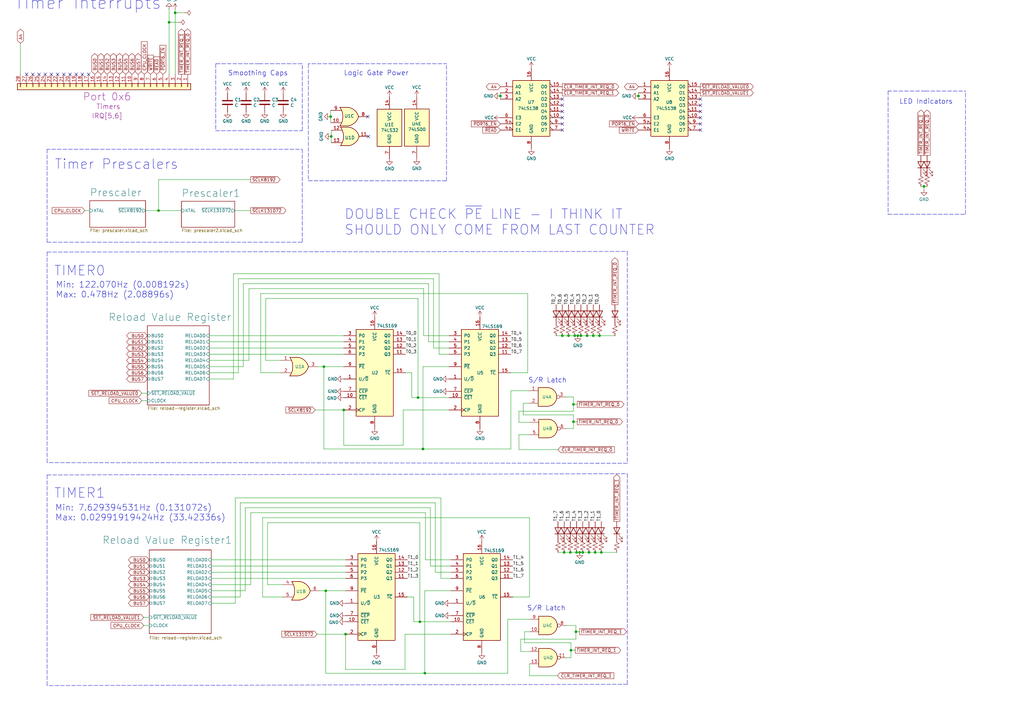
<source format=kicad_sch>
(kicad_sch (version 20211123) (generator eeschema)
  (paper "A3")
  (junction (at 233.172 137.668))
  (junction (at 236.982 137.668))
  (junction (at 235.204 172.974))
  (junction (at 235.204 165.862))
  (junction (at 378.968 76.454))
  (junction (at 173.482 184.15))
  (junction (at 174.244 276.098))
  (junction (at 238.252 137.668))
  (junction (at 246.634 226.568))
  (junction (at 239.014 226.568))
  (junction (at 205.232 39.37))
  (junction (at 236.22 259.08))
  (junction (at 241.554 226.568))
  (junction (at 140.97 168.148))
  (junction (at 234.188 266.7))
  (junction (at 135.8646 55.9562))
  (junction (at 230.632 137.668))
  (junction (at 141.732 260.096))
  (junction (at 69.342 9.144))
  (junction (at 261.874 39.37))
  (junction (at 135.6106 47.8282))
  (junction (at 235.712 137.668))
  (junction (at 133.604 242.316))
  (junction (at 244.094 226.568))
  (junction (at 236.474 226.568))
  (junction (at 240.792 137.668))
  (junction (at 171.45 163.068))
  (junction (at 132.842 150.368))
  (junction (at 231.394 226.568))
  (junction (at 245.872 137.668))
  (junction (at 65.024 86.36))
  (junction (at 243.332 137.668))
  (junction (at 172.212 255.016))
  (junction (at 233.934 226.568))
  (junction (at 237.744 226.568))
  (junction (at 71.8312 5.2578))
  (no_connect (at 287.274 53.34))
  (no_connect (at 287.274 48.26))
  (no_connect (at 151.1046 55.9562))
  (no_connect (at 16.002 30.48))
  (no_connect (at 150.8506 47.8282))
  (no_connect (at 28.702 30.48))
  (no_connect (at 36.322 30.48))
  (no_connect (at 287.274 40.64))
  (no_connect (at 33.782 30.48))
  (no_connect (at 287.274 45.72))
  (no_connect (at 23.622 30.48))
  (no_connect (at 10.922 30.48))
  (no_connect (at 13.462 30.48))
  (no_connect (at 21.082 30.48))
  (no_connect (at 287.274 43.18))
  (no_connect (at 18.542 30.48))
  (no_connect (at 230.632 40.64))
  (no_connect (at 230.632 53.34))
  (no_connect (at 230.632 48.26))
  (no_connect (at 230.632 50.8))
  (no_connect (at 230.632 45.72))
  (no_connect (at 230.632 43.18))
  (no_connect (at 287.274 50.8))
  (no_connect (at 26.162 30.48))
  (no_connect (at 31.242 30.48))
  (polyline (pts (xy 38.862 61.214) (xy 123.952 61.214)))
  (wire (pts (xy 169.672 255.016) (xy 172.212 255.016)))
  (polyline (pts (xy 126.492 26.162) (xy 126.492 74.168)))
  (wire (pts (xy 129.286 168.148) (xy 140.97 168.148)))
  (polyline (pts (xy 364.236 37.338) (xy 364.236 87.884)))
  (wire (pts (xy 135.8646 53.4162) (xy 135.8646 55.9562)))
  (wire (pts (xy 107.696 244.856) (xy 107.696 212.344)))
  (wire (pts (xy 97.79 152.908) (xy 97.79 114.3)))
  (wire (pts (xy 75.6412 5.2578) (xy 71.8312 5.2578)))
  (wire (pts (xy 85.852 147.828) (xy 102.108 147.828)))
  (wire (pts (xy 377.698 76.454) (xy 378.968 76.454)))
  (wire (pts (xy 230.632 137.668) (xy 233.172 137.668)))
  (wire (pts (xy 166.116 274.574) (xy 141.732 274.574)))
  (wire (pts (xy 85.852 150.368) (xy 99.822 150.368)))
  (wire (pts (xy 244.094 226.568) (xy 246.634 226.568)))
  (wire (pts (xy 237.744 226.568) (xy 239.014 226.568)))
  (wire (pts (xy 34.798 86.36) (xy 36.83 86.36)))
  (wire (pts (xy 165.354 182.626) (xy 140.97 182.626)))
  (wire (pts (xy 168.91 152.908) (xy 168.91 163.068)))
  (polyline (pts (xy 123.952 53.594) (xy 123.952 26.162)))
  (wire (pts (xy 236.22 262.128) (xy 213.614 262.128)))
  (wire (pts (xy 213.614 267.208) (xy 217.17 267.208)))
  (polyline (pts (xy 379.476 37.338) (xy 395.986 37.338)))
  (wire (pts (xy 174.498 210.312) (xy 174.498 229.616)))
  (wire (pts (xy 171.45 163.068) (xy 184.15 163.068)))
  (wire (pts (xy 212.852 173.228) (xy 217.17 173.228)))
  (wire (pts (xy 239.014 226.568) (xy 241.554 226.568)))
  (wire (pts (xy 174.244 276.098) (xy 133.604 276.098)))
  (wire (pts (xy 96.52 204.216) (xy 96.52 247.396)))
  (wire (pts (xy 71.8312 3.9878) (xy 71.8312 5.2578)))
  (wire (pts (xy 135.8646 55.9562) (xy 135.8646 58.4962)))
  (wire (pts (xy 98.552 206.248) (xy 178.562 206.248)))
  (wire (pts (xy 133.604 242.316) (xy 133.604 276.098)))
  (wire (pts (xy 99.822 116.332) (xy 99.822 150.368)))
  (wire (pts (xy 58.928 253.238) (xy 61.214 253.238)))
  (wire (pts (xy 175.768 140.208) (xy 175.768 116.332)))
  (wire (pts (xy 176.53 208.28) (xy 100.584 208.28)))
  (wire (pts (xy 69.342 9.144) (xy 73.152 9.144)))
  (wire (pts (xy 235.204 170.18) (xy 214.63 170.18)))
  (wire (pts (xy 234.188 266.7) (xy 235.966 266.7)))
  (wire (pts (xy 173.736 118.364) (xy 173.736 137.668)))
  (wire (pts (xy 115.062 152.908) (xy 106.934 152.908)))
  (wire (pts (xy 180.086 112.268) (xy 95.758 112.268)))
  (wire (pts (xy 174.244 276.098) (xy 208.28 276.098)))
  (wire (pts (xy 378.968 77.724) (xy 378.968 76.454)))
  (polyline (pts (xy 88.4682 26.1366) (xy 88.4682 53.594)))
  (wire (pts (xy 235.204 165.862) (xy 235.204 168.656)))
  (wire (pts (xy 178.562 206.248) (xy 178.562 234.696)))
  (polyline (pts (xy 147.574 26.162) (xy 183.134 26.162)))
  (wire (pts (xy 132.842 150.368) (xy 132.842 184.15)))
  (polyline (pts (xy 88.4682 53.594) (xy 123.952 53.594)))
  (wire (pts (xy 172.212 255.016) (xy 172.212 214.376)))
  (wire (pts (xy 102.108 147.828) (xy 102.108 118.364)))
  (wire (pts (xy 102.87 210.312) (xy 174.498 210.312)))
  (polyline (pts (xy 395.986 87.884) (xy 395.986 37.338)))
  (wire (pts (xy 246.634 226.568) (xy 252.984 226.568)))
  (wire (pts (xy 177.8 114.3) (xy 177.8 142.748)))
  (wire (pts (xy 8.382 17.78) (xy 8.382 30.48)))
  (polyline (pts (xy 257.302 189.992) (xy 19.304 189.738)))
  (wire (pts (xy 133.604 242.316) (xy 141.732 242.316)))
  (wire (pts (xy 232.41 269.748) (xy 234.188 269.748)))
  (wire (pts (xy 85.852 140.208) (xy 140.97 140.208)))
  (wire (pts (xy 95.758 112.268) (xy 95.758 155.448)))
  (wire (pts (xy 86.614 232.156) (xy 141.732 232.156)))
  (wire (pts (xy 108.966 122.428) (xy 108.966 147.828)))
  (polyline (pts (xy 147.828 26.162) (xy 126.492 26.162)))
  (wire (pts (xy 109.728 239.776) (xy 115.824 239.776)))
  (wire (pts (xy 97.79 114.3) (xy 177.8 114.3)))
  (wire (pts (xy 184.912 242.316) (xy 174.244 242.316)))
  (wire (pts (xy 217.17 178.308) (xy 212.852 178.308)))
  (wire (pts (xy 228.854 226.568) (xy 231.394 226.568)))
  (wire (pts (xy 173.482 184.15) (xy 209.55 184.15)))
  (polyline (pts (xy 183.134 74.168) (xy 183.134 26.162)))
  (wire (pts (xy 232.156 162.814) (xy 235.204 162.814)))
  (wire (pts (xy 215.138 263.652) (xy 215.138 259.08)))
  (wire (pts (xy 86.614 247.396) (xy 96.52 247.396)))
  (polyline (pts (xy 19.304 99.314) (xy 123.952 99.314)))
  (wire (pts (xy 141.732 260.096) (xy 141.732 274.574)))
  (wire (pts (xy 115.824 244.856) (xy 107.696 244.856)))
  (polyline (pts (xy 379.476 37.338) (xy 364.236 37.338)))
  (wire (pts (xy 378.968 76.454) (xy 380.238 76.454)))
  (wire (pts (xy 166.37 152.908) (xy 168.91 152.908)))
  (wire (pts (xy 235.712 137.668) (xy 236.982 137.668)))
  (wire (pts (xy 235.204 165.862) (xy 236.728 165.862)))
  (wire (pts (xy 217.17 272.288) (xy 217.17 277.114)))
  (wire (pts (xy 209.55 160.274) (xy 216.916 160.274)))
  (wire (pts (xy 172.212 255.016) (xy 184.912 255.016)))
  (wire (pts (xy 234.188 266.7) (xy 234.188 263.652)))
  (wire (pts (xy 58.928 256.54) (xy 61.214 256.54)))
  (wire (pts (xy 173.736 137.668) (xy 184.15 137.668)))
  (wire (pts (xy 86.614 244.856) (xy 98.552 244.856)))
  (wire (pts (xy 243.332 137.668) (xy 245.872 137.668)))
  (wire (pts (xy 166.116 260.096) (xy 166.116 274.574)))
  (wire (pts (xy 69.342 9.144) (xy 69.342 30.48)))
  (wire (pts (xy 102.87 73.66) (xy 65.024 73.66)))
  (wire (pts (xy 180.848 237.236) (xy 180.848 204.216)))
  (wire (pts (xy 165.354 168.148) (xy 165.354 182.626)))
  (wire (pts (xy 58.166 161.29) (xy 60.452 161.29)))
  (wire (pts (xy 71.882 12.954) (xy 71.882 30.48)))
  (wire (pts (xy 212.852 178.308) (xy 212.852 184.404)))
  (wire (pts (xy 71.8312 5.2578) (xy 71.882 12.954)))
  (wire (pts (xy 108.966 147.828) (xy 115.062 147.828)))
  (wire (pts (xy 241.554 226.568) (xy 244.094 226.568)))
  (wire (pts (xy 69.342 3.81) (xy 69.342 9.144)))
  (wire (pts (xy 100.584 208.28) (xy 100.584 242.316)))
  (wire (pts (xy 175.768 116.332) (xy 99.822 116.332)))
  (polyline (pts (xy 19.304 194.818) (xy 19.304 281.178)))
  (wire (pts (xy 235.204 162.814) (xy 235.204 165.862)))
  (wire (pts (xy 236.982 137.668) (xy 238.252 137.668)))
  (polyline (pts (xy 19.304 103.378) (xy 257.302 103.124)))
  (wire (pts (xy 109.728 214.376) (xy 109.728 239.776)))
  (polyline (pts (xy 19.304 103.378) (xy 19.304 189.738)))
  (wire (pts (xy 178.562 234.696) (xy 184.912 234.696)))
  (wire (pts (xy 130.302 150.368) (xy 132.842 150.368)))
  (polyline (pts (xy 126.492 74.168) (xy 183.134 74.168)))
  (wire (pts (xy 184.912 232.156) (xy 176.53 232.156)))
  (wire (pts (xy 132.842 150.368) (xy 140.97 150.368)))
  (polyline (pts (xy 257.302 280.67) (xy 19.304 281.178)))
  (wire (pts (xy 184.912 237.236) (xy 180.848 237.236)))
  (wire (pts (xy 245.872 137.668) (xy 252.222 137.668)))
  (wire (pts (xy 261.874 39.37) (xy 261.874 40.64)))
  (wire (pts (xy 172.212 214.376) (xy 109.728 214.376)))
  (wire (pts (xy 234.188 269.748) (xy 234.188 266.7)))
  (wire (pts (xy 180.848 204.216) (xy 96.52 204.216)))
  (wire (pts (xy 231.394 226.568) (xy 233.934 226.568)))
  (wire (pts (xy 168.91 163.068) (xy 171.45 163.068)))
  (polyline (pts (xy 257.302 194.31) (xy 257.302 280.67)))
  (wire (pts (xy 236.474 226.568) (xy 237.744 226.568)))
  (wire (pts (xy 236.22 259.08) (xy 237.744 259.08)))
  (wire (pts (xy 85.852 155.448) (xy 95.758 155.448)))
  (wire (pts (xy 174.498 229.616) (xy 184.912 229.616)))
  (wire (pts (xy 214.63 165.354) (xy 216.916 165.354)))
  (wire (pts (xy 86.614 229.616) (xy 141.732 229.616)))
  (wire (pts (xy 184.15 168.148) (xy 165.354 168.148)))
  (polyline (pts (xy 364.236 87.884) (xy 395.986 87.884)))
  (wire (pts (xy 184.15 145.288) (xy 180.086 145.288)))
  (wire (pts (xy 135.6106 45.2882) (xy 135.6106 47.8282)))
  (wire (pts (xy 86.614 242.316) (xy 100.584 242.316)))
  (wire (pts (xy 85.852 152.908) (xy 97.79 152.908)))
  (wire (pts (xy 236.22 259.08) (xy 236.22 262.128)))
  (wire (pts (xy 106.934 152.908) (xy 106.934 120.396)))
  (wire (pts (xy 205.232 38.1) (xy 205.232 39.37)))
  (wire (pts (xy 217.17 277.114) (xy 228.6 277.114)))
  (wire (pts (xy 212.852 184.404) (xy 228.854 184.404)))
  (wire (pts (xy 98.552 244.856) (xy 98.552 206.248)))
  (wire (pts (xy 213.614 262.128) (xy 213.614 267.208)))
  (wire (pts (xy 173.482 184.15) (xy 132.842 184.15)))
  (wire (pts (xy 86.614 239.776) (xy 102.87 239.776)))
  (wire (pts (xy 232.41 175.768) (xy 235.204 175.768)))
  (wire (pts (xy 216.408 152.908) (xy 209.55 152.908)))
  (wire (pts (xy 171.45 163.068) (xy 171.45 122.428)))
  (wire (pts (xy 184.912 260.096) (xy 166.116 260.096)))
  (wire (pts (xy 180.086 145.288) (xy 180.086 112.268)))
  (wire (pts (xy 86.614 237.236) (xy 141.732 237.236)))
  (wire (pts (xy 177.8 142.748) (xy 184.15 142.748)))
  (wire (pts (xy 85.852 142.748) (xy 140.97 142.748)))
  (wire (pts (xy 102.108 118.364) (xy 173.736 118.364)))
  (wire (pts (xy 174.244 242.316) (xy 174.244 276.098)))
  (wire (pts (xy 184.15 150.368) (xy 173.482 150.368)))
  (wire (pts (xy 232.41 256.54) (xy 236.22 256.54)))
  (wire (pts (xy 58.166 164.338) (xy 60.452 164.338)))
  (wire (pts (xy 184.15 140.208) (xy 175.768 140.208)))
  (wire (pts (xy 209.55 184.15) (xy 209.55 160.274)))
  (wire (pts (xy 85.852 145.288) (xy 140.97 145.288)))
  (wire (pts (xy 65.024 86.36) (xy 74.422 86.36)))
  (wire (pts (xy 233.934 226.568) (xy 236.474 226.568)))
  (wire (pts (xy 208.28 254) (xy 217.17 254)))
  (wire (pts (xy 234.188 263.652) (xy 215.138 263.652)))
  (polyline (pts (xy 106.2736 26.1366) (xy 88.4682 26.1366)))
  (wire (pts (xy 235.204 172.974) (xy 236.728 172.974)))
  (wire (pts (xy 173.482 150.368) (xy 173.482 184.15)))
  (wire (pts (xy 106.934 120.396) (xy 216.408 120.396)))
  (wire (pts (xy 212.852 168.656) (xy 212.852 173.228)))
  (wire (pts (xy 171.45 122.428) (xy 108.966 122.428)))
  (wire (pts (xy 96.266 86.36) (xy 102.87 86.36)))
  (wire (pts (xy 208.28 276.098) (xy 208.28 254)))
  (wire (pts (xy 86.614 234.696) (xy 141.732 234.696)))
  (wire (pts (xy 235.204 172.974) (xy 235.204 170.18)))
  (wire (pts (xy 107.696 212.344) (xy 217.17 212.344)))
  (polyline (pts (xy 19.304 194.818) (xy 257.302 194.31)))
  (wire (pts (xy 240.792 137.668) (xy 243.332 137.668)))
  (polyline (pts (xy 106.2482 26.162) (xy 123.952 26.162)))
  (wire (pts (xy 140.97 168.148) (xy 140.97 182.626)))
  (wire (pts (xy 135.6106 47.8282) (xy 135.6106 50.3682)))
  (polyline (pts (xy 123.952 99.314) (xy 123.952 61.214)))
  (wire (pts (xy 130.048 260.096) (xy 141.732 260.096)))
  (wire (pts (xy 214.63 170.18) (xy 214.63 165.354)))
  (wire (pts (xy 235.204 168.656) (xy 212.852 168.656)))
  (wire (pts (xy 235.204 175.768) (xy 235.204 172.974)))
  (wire (pts (xy 238.252 137.668) (xy 240.792 137.668)))
  (wire (pts (xy 215.138 259.08) (xy 217.17 259.08)))
  (wire (pts (xy 217.17 244.856) (xy 210.312 244.856)))
  (wire (pts (xy 167.132 244.856) (xy 169.672 244.856)))
  (polyline (pts (xy 19.304 61.214) (xy 19.304 99.314)))
  (wire (pts (xy 131.064 242.316) (xy 133.604 242.316)))
  (wire (pts (xy 85.852 137.668) (xy 140.97 137.668)))
  (wire (pts (xy 236.22 256.54) (xy 236.22 259.08)))
  (wire (pts (xy 176.53 232.156) (xy 176.53 208.28)))
  (wire (pts (xy 233.172 137.668) (xy 235.712 137.668)))
  (wire (pts (xy 169.672 244.856) (xy 169.672 255.016)))
  (polyline (pts (xy 38.862 61.214) (xy 19.304 61.214)))
  (wire (pts (xy 102.87 239.776) (xy 102.87 210.312)))
  (wire (pts (xy 205.232 39.37) (xy 205.232 40.64)))
  (wire (pts (xy 216.408 120.396) (xy 216.408 152.908)))
  (polyline (pts (xy 257.302 103.124) (xy 257.302 189.992)))
  (wire (pts (xy 65.024 86.36) (xy 59.69 86.36)))
  (wire (pts (xy 228.092 137.668) (xy 230.632 137.668)))
  (wire (pts (xy 217.17 212.344) (xy 217.17 244.856)))
  (wire (pts (xy 65.024 73.66) (xy 65.024 86.36)))
  (wire (pts (xy 261.874 38.1) (xy 261.874 39.37)))
  (text "DOUBLE CHECK ~{PE} LINE - I THINK IT\nSHOULD ONLY COME FROM LAST COUNTER" (at 141.224 96.774 0) (effects (font (size 4 4)) (justify left bottom)))
  (text "Min: 7.629394531Hz (0.131072s)\nMax: 0.02991919424Hz (33.42336s)" (at 22.606 213.868 0) (effects (font (size 2.5 2.5)) (justify left bottom)))
  (text "TIMER1" (at 22.098 204.724 0) (effects (font (size 4 4)) (justify left bottom)))
  (text "LED Indicators" (at 368.808 42.926 0) (effects (font (size 2 2)) (justify left bottom)))
  (text "Timer Interrupts" (at 5.842 4.318 0) (effects (font (size 5 5)) (justify left bottom)))
  (text "Timer Prescalers" (at 22.352 69.85 0) (effects (font (size 4 4)) (justify left bottom)))
  (text "Smoothing Caps" (at 93.472 31.2928 0) (effects (font (size 2 2)) (justify left bottom)))
  (text "Logic Gate Power" (at 140.97 31.242 0) (effects (font (size 2 2)) (justify left bottom)))
  (text "S/R Latch" (at 216.662 157.226 0) (effects (font (size 2 2)) (justify left bottom)))
  (text "TIMER0" (at 22.098 113.538 0) (effects (font (size 4 4)) (justify left bottom)))
  (text "S/R Latch" (at 216.154 250.698 0) (effects (font (size 2 2)) (justify left bottom)))
  (text "Min: 122.070Hz (0.008192s)\nMax: 0.478Hz (2.08896s)" (at 22.86 122.428 0) (effects (font (size 2.5 2.5)) (justify left bottom)))
  (label "T0_4" (at 209.55 137.668 0))
  (label "T0_7" (at 209.55 145.288 0))
  (label "T0_0" (at 245.872 124.968 90))
  (label "T1_3" (at 167.132 237.236 0))
  (label "T1_5" (at 210.312 232.156 0))
  (label "T1_6" (at 210.312 234.696 0))
  (label "T0_3" (at 238.252 124.968 90))
  (label "T1_7" (at 210.312 237.236 0))
  (label "T1_2" (at 167.132 234.696 0))
  (label "T1_0" (at 167.132 229.616 0))
  (label "T0_2" (at 166.37 142.748 0))
  (label "T1_1" (at 244.094 213.868 90))
  (label "T0_4" (at 235.712 124.968 90))
  (label "T1_7" (at 228.854 213.868 90))
  (label "T0_5" (at 233.172 124.968 90))
  (label "T0_1" (at 166.37 140.208 0))
  (label "T1_0" (at 246.634 213.868 90))
  (label "T0_7" (at 228.092 124.968 90))
  (label "T1_2" (at 241.554 213.868 90))
  (label "T0_0" (at 166.37 137.668 0))
  (label "T0_5" (at 209.55 140.208 0))
  (label "T1_6" (at 231.394 213.868 90))
  (label "T1_5" (at 233.934 213.868 90))
  (label "T1_1" (at 167.132 232.156 0))
  (label "T1_4" (at 210.312 229.616 0))
  (label "T1_4" (at 236.474 213.868 90))
  (label "T0_2" (at 240.792 124.968 90))
  (label "T0_6" (at 209.55 142.748 0))
  (label "T0_6" (at 230.632 124.968 90))
  (label "T0_3" (at 166.37 145.288 0))
  (label "T0_1" (at 243.332 124.968 90))
  (label "T1_3" (at 239.014 213.868 90))
  (global_label "CPU_CLOCK" (shape input) (at 34.798 86.36 180) (property "Intersheet References" "${INTERSHEET_REFS}" (effects hide)))
  (global_label "BUS3" (shape tri_state) (at 60.452 145.288 180) (property "Intersheet References" "${INTERSHEET_REFS}" (effects hide)))
  (global_label "~{SCLK131072}" (shape input) (at 130.048 260.096 180) (property "Intersheet References" "${INTERSHEET_REFS}" (effects hide)))
  (global_label "~{TIMER_INT_REQ_1}" (shape output) (at 235.966 266.7 0) (property "Intersheet References" "${INTERSHEET_REFS}" (effects hide)))
  (global_label "BUS7" (shape tri_state) (at 56.642 30.48 90) (property "Intersheet References" "${INTERSHEET_REFS}" (effects hide)))
  (global_label "~{CLR_TIMER_INT_REQ_1}" (shape input) (at 228.6 277.114 0) (property "Intersheet References" "${INTERSHEET_REFS}" (effects hide)))
  (global_label "BUS4" (shape tri_state) (at 60.452 147.828 180) (property "Intersheet References" "${INTERSHEET_REFS}" (effects hide)))
  (global_label "~{!TIMER_INT_REQ_0}" (shape output) (at 236.728 165.862 0) (property "Intersheet References" "${INTERSHEET_REFS}" (effects hide)))
  (global_label "~{TIMER_INT_REQ_0}" (shape output) (at 76.962 30.48 90) (property "Intersheet References" "${INTERSHEET_REFS}" (effects hide)))
  (global_label "A4" (shape tri_state) (at 261.874 35.56 180) (property "Intersheet References" "${INTERSHEET_REFS}" (effects hide)))
  (global_label "~{SET_RELOAD_VALUE0}" (shape input) (at 58.166 161.29 180) (property "Intersheet References" "${INTERSHEET_REFS}" (effects hide)))
  (global_label "BUS0" (shape tri_state) (at 38.862 30.48 90) (property "Intersheet References" "${INTERSHEET_REFS}" (effects hide)))
  (global_label "BUS1" (shape tri_state) (at 41.402 30.48 90) (property "Intersheet References" "${INTERSHEET_REFS}" (effects hide)))
  (global_label "~{SET_RELOAD_VALUE1}" (shape output) (at 287.274 38.1 0) (property "Intersheet References" "${INTERSHEET_REFS}" (effects hide)))
  (global_label "~{CLR_TIMER_INT_REQ_0}" (shape output) (at 230.632 35.56 0) (property "Intersheet References" "${INTERSHEET_REFS}" (effects hide)))
  (global_label "BUS4" (shape tri_state) (at 49.022 30.48 90) (property "Intersheet References" "${INTERSHEET_REFS}" (effects hide)))
  (global_label "~{!TIMER_INT_REQ_0}" (shape output) (at 252.222 124.968 90) (property "Intersheet References" "${INTERSHEET_REFS}" (effects hide)))
  (global_label "CPU_CLOCK" (shape input) (at 58.928 256.54 180) (property "Intersheet References" "${INTERSHEET_REFS}" (effects hide)))
  (global_label "BUS3" (shape tri_state) (at 61.214 237.236 180) (property "Intersheet References" "${INTERSHEET_REFS}" (effects hide)))
  (global_label "BUS5" (shape tri_state) (at 51.562 30.48 90) (property "Intersheet References" "${INTERSHEET_REFS}" (effects hide)))
  (global_label "~{TIMER_INT_REQ_0}" (shape output) (at 236.728 172.974 0) (property "Intersheet References" "${INTERSHEET_REFS}" (effects hide)))
  (global_label "~{READ}" (shape input) (at 64.262 30.48 90) (property "Intersheet References" "${INTERSHEET_REFS}" (effects hide)))
  (global_label "CPU_CLOCK" (shape input) (at 58.166 164.338 180) (property "Intersheet References" "${INTERSHEET_REFS}" (effects hide)))
  (global_label "BUS5" (shape tri_state) (at 61.214 242.316 180) (property "Intersheet References" "${INTERSHEET_REFS}" (effects hide)))
  (global_label "BUS2" (shape tri_state) (at 43.942 30.48 90) (property "Intersheet References" "${INTERSHEET_REFS}" (effects hide)))
  (global_label "BUS0" (shape tri_state) (at 61.214 229.616 180) (property "Intersheet References" "${INTERSHEET_REFS}" (effects hide)))
  (global_label "~{WRITE}" (shape input) (at 261.874 53.34 180) (property "Intersheet References" "${INTERSHEET_REFS}" (effects hide)))
  (global_label "~{TIMER_INT_REQ_1}" (shape output) (at 74.422 30.48 90) (property "Intersheet References" "${INTERSHEET_REFS}" (effects hide)))
  (global_label "~{SCLK131072}" (shape output) (at 102.87 86.36 0) (property "Intersheet References" "${INTERSHEET_REFS}" (effects hide)))
  (global_label "~{TIMER_INT_REQ_1}" (shape output) (at 377.698 63.754 90) (property "Intersheet References" "${INTERSHEET_REFS}" (effects hide)))
  (global_label "BUS6" (shape tri_state) (at 54.102 30.48 90) (property "Intersheet References" "${INTERSHEET_REFS}" (effects hide)))
  (global_label "~{!TIMER_INT_REQ_1}" (shape output) (at 237.744 259.08 0) (property "Intersheet References" "${INTERSHEET_REFS}" (effects hide)))
  (global_label "BUS1" (shape tri_state) (at 61.214 232.156 180) (property "Intersheet References" "${INTERSHEET_REFS}" (effects hide)))
  (global_label "~{SET_RELOAD_VALUE0}" (shape output) (at 287.274 35.56 0) (property "Intersheet References" "${INTERSHEET_REFS}" (effects hide)))
  (global_label "BUS0" (shape tri_state) (at 60.452 137.668 180) (property "Intersheet References" "${INTERSHEET_REFS}" (effects hide)))
  (global_label "~{PORT6_EN}" (shape input) (at 205.232 50.8 180) (property "Intersheet References" "${INTERSHEET_REFS}" (effects hide)))
  (global_label "~{READ}" (shape input) (at 205.232 53.34 180) (property "Intersheet References" "${INTERSHEET_REFS}" (effects hide)))
  (global_label "BUS2" (shape tri_state) (at 60.452 142.748 180) (property "Intersheet References" "${INTERSHEET_REFS}" (effects hide)))
  (global_label "BUS7" (shape tri_state) (at 60.452 155.448 180) (property "Intersheet References" "${INTERSHEET_REFS}" (effects hide)))
  (global_label "~{TIMER_INT_REQ_0}" (shape output) (at 380.238 63.754 90) (property "Intersheet References" "${INTERSHEET_REFS}" (effects hide)))
  (global_label "~{SCLK8192}" (shape output) (at 102.87 73.66 0) (property "Intersheet References" "${INTERSHEET_REFS}" (effects hide)))
  (global_label "~{PORT6_EN}" (shape input) (at 66.802 30.48 90) (property "Intersheet References" "${INTERSHEET_REFS}" (effects hide)))
  (global_label "BUS4" (shape tri_state) (at 61.214 239.776 180) (property "Intersheet References" "${INTERSHEET_REFS}" (effects hide)))
  (global_label "A4" (shape tri_state) (at 205.232 35.56 180) (property "Intersheet References" "${INTERSHEET_REFS}" (effects hide)))
  (global_label "BUS2" (shape tri_state) (at 61.214 234.696 180) (property "Intersheet References" "${INTERSHEET_REFS}" (effects hide)))
  (global_label "A4" (shape tri_state) (at 8.382 17.78 90) (property "Intersheet References" "${INTERSHEET_REFS}" (effects hide)))
  (global_label "BUS6" (shape tri_state) (at 61.214 244.856 180) (property "Intersheet References" "${INTERSHEET_REFS}" (effects hide)))
  (global_label "~{!TIMER_INT_REQ_1}" (shape output) (at 252.984 213.868 90) (property "Intersheet References" "${INTERSHEET_REFS}" (effects hide)))
  (global_label "BUS6" (shape tri_state) (at 60.452 152.908 180) (property "Intersheet References" "${INTERSHEET_REFS}" (effects hide)))
  (global_label "~{SET_RELOAD_VALUE1}" (shape input) (at 58.928 253.238 180) (property "Intersheet References" "${INTERSHEET_REFS}" (effects hide)))
  (global_label "~{CLR_TIMER_INT_REQ_1}" (shape output) (at 230.632 38.1 0) (property "Intersheet References" "${INTERSHEET_REFS}" (effects hide)))
  (global_label "~{WRITE}" (shape input) (at 61.722 30.48 90) (property "Intersheet References" "${INTERSHEET_REFS}" (effects hide)))
  (global_label "~{PORT6_EN}" (shape input) (at 261.874 50.8 180) (property "Intersheet References" "${INTERSHEET_REFS}" (effects hide)))
  (global_label "BUS5" (shape tri_state) (at 60.452 150.368 180) (property "Intersheet References" "${INTERSHEET_REFS}" (effects hide)))
  (global_label "CPU_CLOCK" (shape input) (at 59.182 30.48 90) (property "Intersheet References" "${INTERSHEET_REFS}" (effects hide)))
  (global_label "~{CLR_TIMER_INT_REQ_0}" (shape input) (at 228.854 184.404 0) (property "Intersheet References" "${INTERSHEET_REFS}" (effects hide)))
  (global_label "BUS3" (shape tri_state) (at 46.482 30.48 90) (property "Intersheet References" "${INTERSHEET_REFS}" (effects hide)))
  (global_label "BUS1" (shape tri_state) (at 60.452 140.208 180) (property "Intersheet References" "${INTERSHEET_REFS}" (effects hide)))
  (global_label "BUS7" (shape tri_state) (at 61.214 247.396 180) (property "Intersheet References" "${INTERSHEET_REFS}" (effects hide)))
  (global_label "~{SCLK8192}" (shape input) (at 129.286 168.148 180) (property "Intersheet References" "${INTERSHEET_REFS}" (effects hide)))
  (symbol (lib_id "power:VCC") (at 71.8312 3.9878 0) (unit 1)
    (property "Reference" "#PWR045" (effects hide))
    (property "Value" "VCC" (at 71.8312 -1.0922 90))
  )
  (symbol (lib_id "power:GND") (at 69.342 3.81 180) (unit 1)
    (property "Reference" "#PWR044" (effects hide))
    (property "Value" "GND" (at 69.342 -1.27 90))
  )
  (symbol (lib_id "power:PWR_FLAG") (at 75.6412 5.2578 270) (unit 1)
    (property "Reference" "#FLG02" (effects hide))
    (property "Value" "PWR_FLAG" (effects hide))
  )
  (symbol (lib_id "power:PWR_FLAG") (at 73.152 9.144 270) (unit 1)
    (property "Reference" "#FLG01" (effects hide))
    (property "Value" "PWR_FLAG" (effects hide))
  )
  (symbol (lib_id "Device:C") (at 93.3196 42.0624 0) (unit 1)
    (property "Reference" "C1" (at 96.2406 40.894 0) (effects (justify left)))
    (property "Value" "C" (at 96.2406 43.2054 0) (effects (justify left)))
    (property "Footprint" "Capacitor_SMD:C_0805_2012Metric" (effects hide))
  )
  (symbol (lib_id "power:VCC") (at 93.3196 38.2524 0) (unit 1)
    (property "Reference" "#PWR01" (effects hide))
    (property "Value" "VCC" (at 93.3196 34.4424 0))
  )
  (symbol (lib_id "power:GND") (at 93.3196 45.8724 0) (unit 1)
    (property "Reference" "#PWR02" (effects hide))
    (property "Value" "GND" (at 93.3196 49.6824 0))
  )
  (symbol (lib_id "Device:C") (at 100.9396 42.0624 0) (unit 1)
    (property "Reference" "C2" (at 103.8606 40.894 0) (effects (justify left)))
    (property "Value" "C" (at 103.8606 43.2054 0) (effects (justify left)))
    (property "Footprint" "Capacitor_SMD:C_0805_2012Metric" (effects hide))
  )
  (symbol (lib_id "power:VCC") (at 100.9396 38.2524 0) (unit 1)
    (property "Reference" "#PWR03" (effects hide))
    (property "Value" "VCC" (at 100.9396 34.4424 0))
  )
  (symbol (lib_id "power:GND") (at 100.9396 45.8724 0) (unit 1)
    (property "Reference" "#PWR04" (effects hide))
    (property "Value" "GND" (at 100.9396 49.6824 0))
  )
  (symbol (lib_id "Device:C") (at 108.5596 42.0624 0) (unit 1)
    (property "Reference" "C3" (at 111.4806 40.894 0) (effects (justify left)))
    (property "Value" "C" (at 111.4806 43.2054 0) (effects (justify left)))
    (property "Footprint" "Capacitor_SMD:C_0805_2012Metric" (effects hide))
  )
  (symbol (lib_id "power:VCC") (at 108.5596 38.2524 0) (unit 1)
    (property "Reference" "#PWR05" (effects hide))
    (property "Value" "VCC" (at 108.5596 34.4424 0))
  )
  (symbol (lib_id "power:GND") (at 108.5596 45.8724 0) (unit 1)
    (property "Reference" "#PWR06" (effects hide))
    (property "Value" "GND" (at 108.5596 49.6824 0))
  )
  (symbol (lib_id "Device:C") (at 116.1796 42.0624 0) (unit 1)
    (property "Reference" "C4" (at 119.1006 40.894 0) (effects (justify left)))
    (property "Value" "C" (at 119.1006 43.2054 0) (effects (justify left)))
    (property "Footprint" "Capacitor_SMD:C_0805_2012Metric" (effects hide))
  )
  (symbol (lib_id "power:VCC") (at 116.1796 38.2524 0) (unit 1)
    (property "Reference" "#PWR07" (effects hide))
    (property "Value" "VCC" (at 116.1796 34.4424 0))
  )
  (symbol (lib_id "power:GND") (at 116.1796 45.8724 0) (unit 1)
    (property "Reference" "#PWR08" (effects hide))
    (property "Value" "GND" (at 116.1796 49.6824 0))
  )
  (symbol (lib_id "Device:LED") (at 230.632 128.778 90) (unit 1)
    (property "Reference" "D3" (effects hide))
    (property "Value" "LED" (effects hide))
    (property "Footprint" "LED_SMD:LED_0805_2012Metric" (effects hide))
  )
  (symbol (lib_id "Device:LED") (at 244.094 217.678 90) (unit 1)
    (property "Reference" "D14" (effects hide))
    (property "Value" "LED" (effects hide))
    (property "Footprint" "LED_SMD:LED_0805_2012Metric" (effects hide))
  )
  (symbol (lib_id "Device:LED") (at 243.332 128.778 90) (unit 1)
    (property "Reference" "D13" (effects hide))
    (property "Value" "LED" (effects hide))
    (property "Footprint" "LED_SMD:LED_0805_2012Metric" (effects hide))
  )
  (symbol (lib_id "power:GND") (at 140.97 163.068 270) (unit 1)
    (property "Reference" "#PWR013" (effects hide))
    (property "Value" "GND" (at 136.144 163.322 90))
  )
  (symbol (lib_id "74xx:74LS169") (at 154.432 244.856 0) (unit 1)
    (property "Reference" "U3" (at 153.162 244.856 0) (effects (justify left)))
    (property "Value" "74LS169" (at 155.194 225.552 0) (effects (justify left)))
    (property "Footprint" "Package_SO:SOIC-16_3.9x9.9mm_P1.27mm" (effects hide))
    (property "Datasheet" "http://www.ti.com/lit/gpn/sn74LS169" (effects hide))
  )
  (symbol (lib_id "74xx:74LS32") (at 122.682 150.368 0) (unit 1)
    (property "Reference" "U1" (at 122.936 150.368 0))
    (property "Value" "74LS32" (effects hide))
    (property "Datasheet" "http://www.ti.com/lit/gpn/sn74LS32" (effects hide))
  )
  (symbol (lib_id "74xx:74LS169") (at 196.85 152.908 0) (unit 1)
    (property "Reference" "U5" (at 195.58 152.908 0) (effects (justify left)))
    (property "Value" "74LS169" (at 197.612 133.858 0) (effects (justify left)))
    (property "Footprint" "Package_SO:SOIC-16_3.9x9.9mm_P1.27mm" (effects hide))
    (property "Datasheet" "http://www.ti.com/lit/gpn/sn74LS169" (effects hide))
  )
  (symbol (lib_id "power:GND") (at 261.874 39.37 270) (unit 1)
    (property "Reference" "#PWR039" (effects hide))
    (property "Value" "GND" (at 257.048 39.37 90))
  )
  (symbol (lib_id "74xx:74LS00") (at 224.79 256.54 0) (unit 3)
    (property "Reference" "U4" (at 224.536 256.54 0))
    (property "Value" "74LS00" (effects hide))
    (property "Datasheet" "http://www.ti.com/lit/gpn/sn74ls00" (effects hide))
  )
  (symbol (lib_id "Device:LED") (at 377.698 67.564 90) (unit 1)
    (property "Reference" "D19" (effects hide))
    (property "Value" "LED" (effects hide))
    (property "Footprint" "LED_SMD:LED_0805_2012Metric" (effects hide))
  )
  (symbol (lib_id "power:GND") (at 135.6106 47.8282 270) (unit 1)
    (property "Reference" "#PWR09" (effects hide))
    (property "Value" "GND" (at 131.5466 47.8282 0))
  )
  (symbol (lib_id "Device:R_Small_US") (at 377.698 73.914 0) (unit 1)
    (property "Reference" "R19" (effects hide))
    (property "Value" "R_Small_US" (effects hide))
    (property "Footprint" "Resistor_SMD:R_0805_2012Metric" (effects hide))
  )
  (symbol (lib_id "power:GND") (at 159.7406 65.1002 0) (unit 1)
    (property "Reference" "#PWR022" (effects hide))
    (property "Value" "GND" (at 159.7406 69.1642 0))
  )
  (symbol (lib_id "power:GND") (at 141.732 247.396 270) (unit 1)
    (property "Reference" "#PWR014" (effects hide))
    (property "Value" "GND" (at 137.16 247.396 90))
  )
  (symbol (lib_id "74xx:74LS00") (at 224.536 162.814 0) (unit 1)
    (property "Reference" "U4" (at 224.282 162.814 0))
    (property "Value" "74LS00" (effects hide))
    (property "Datasheet" "http://www.ti.com/lit/gpn/sn74ls00" (effects hide))
  )
  (symbol (lib_id "74xx:74LS00") (at 224.79 269.748 0) (unit 4)
    (property "Reference" "U4" (at 224.79 269.748 0))
    (property "Value" "74LS00" (effects hide))
    (property "Datasheet" "http://www.ti.com/lit/gpn/sn74ls00" (effects hide))
  )
  (symbol (lib_id "Device:LED") (at 235.712 128.778 90) (unit 1)
    (property "Reference" "D7" (effects hide))
    (property "Value" "LED" (effects hide))
    (property "Footprint" "LED_SMD:LED_0805_2012Metric" (effects hide))
  )
  (symbol (lib_id "power:GND") (at 184.912 247.396 270) (unit 1)
    (property "Reference" "#PWR027" (effects hide))
    (property "Value" "GND" (at 180.34 247.396 90))
  )
  (symbol (lib_id "power:VCC") (at 261.874 48.26 90) (unit 1)
    (property "Reference" "#PWR040" (effects hide))
    (property "Value" "VCC" (at 257.302 48.26 90))
  )
  (symbol (lib_id "power:GND") (at 184.15 155.448 270) (unit 1)
    (property "Reference" "#PWR025" (effects hide))
    (property "Value" "GND" (at 179.578 155.448 90))
  )
  (symbol (lib_id "power:VCC") (at 196.85 130.048 0) (unit 1)
    (property "Reference" "#PWR029" (effects hide))
    (property "Value" "VCC" (at 196.85 126.238 0))
  )
  (symbol (lib_id "Connector_Generic:Conn_01x28") (at 43.942 35.56 270) (unit 1)
    (property "Reference" "J1" (effects hide))
    (property "Value" "Conn_01x28" (effects hide))
    (property "Footprint" "Connector_PinHeader_2.54mm:PinHeader_1x28_P2.54mm_Horizontal" (effects hide))
    (property "Field4" "Port 0x6" (at 43.942 39.624 90) (effects (font (size 3 3))))
    (property "Field5" "Timers" (at 44.45 43.688 90) (effects (font (size 2 2))))
    (property "Field6" "IRQ[5,6]" (at 43.942 47.498 90) (effects (font (size 2 2))))
  )
  (symbol (lib_id "Device:R_Small_US") (at 228.092 135.128 0) (unit 1)
    (property "Reference" "R1" (effects hide))
    (property "Value" "R_Small_US" (effects hide))
    (property "Footprint" "Resistor_SMD:R_0805_2012Metric" (effects hide))
  )
  (symbol (lib_id "74xx:74LS138") (at 274.574 43.18 0) (unit 1)
    (property "Reference" "U8" (at 273.05 41.91 0) (effects (justify left)))
    (property "Value" "74LS138" (at 268.986 44.45 0) (effects (justify left)))
    (property "Footprint" "Package_SO:SOIC-16_3.9x9.9mm_P1.27mm" (effects hide))
    (property "Datasheet" "http://www.ti.com/lit/gpn/sn74LS138" (effects hide))
  )
  (symbol (lib_id "power:GND") (at 217.932 60.96 0) (unit 1)
    (property "Reference" "#PWR036" (effects hide))
    (property "Value" "GND" (at 217.932 65.024 0))
  )
  (symbol (lib_id "Device:LED") (at 228.092 128.778 90) (unit 1)
    (property "Reference" "D1" (effects hide))
    (property "Value" "LED" (effects hide))
    (property "Footprint" "LED_SMD:LED_0805_2012Metric" (effects hide))
  )
  (symbol (lib_id "Device:R_Small_US") (at 243.332 135.128 0) (unit 1)
    (property "Reference" "R13" (effects hide))
    (property "Value" "R_Small_US" (effects hide))
    (property "Footprint" "Resistor_SMD:R_0805_2012Metric" (effects hide))
  )
  (symbol (lib_id "Device:R_Small_US") (at 252.222 135.128 0) (unit 1)
    (property "Reference" "R17" (effects hide))
    (property "Value" "R_Small_US" (effects hide))
    (property "Footprint" "Resistor_SMD:R_0805_2012Metric" (effects hide))
  )
  (symbol (lib_id "74xx:74LS169") (at 197.612 244.856 0) (unit 1)
    (property "Reference" "U6" (at 196.342 244.856 0) (effects (justify left)))
    (property "Value" "74LS169" (at 198.374 225.806 0) (effects (justify left)))
    (property "Footprint" "Package_SO:SOIC-16_3.9x9.9mm_P1.27mm" (effects hide))
    (property "Datasheet" "http://www.ti.com/lit/gpn/sn74LS169" (effects hide))
  )
  (symbol (lib_id "power:GND") (at 140.97 155.448 270) (unit 1)
    (property "Reference" "#PWR011" (effects hide))
    (property "Value" "GND" (at 136.398 155.448 90))
  )
  (symbol (lib_id "74xx:74LS00") (at 170.942 52.324 0) (unit 5)
    (property "Reference" "U4" (at 168.91 50.8 0) (effects (justify left)))
    (property "Value" "74LS00" (at 167.386 53.086 0) (effects (justify left)))
    (property "Footprint" "Package_SO:SOIC-14_3.9x8.7mm_P1.27mm" (effects hide))
    (property "Datasheet" "http://www.ti.com/lit/gpn/sn74ls00" (effects hide))
  )
  (symbol (lib_id "power:GND") (at 237.744 226.568 0) (unit 1)
    (property "Reference" "#PWR038" (effects hide))
    (property "Value" "GND" (at 237.744 230.632 0))
  )
  (symbol (lib_id "74xx:74LS32") (at 143.4846 55.9562 0) (unit 4)
    (property "Reference" "U1" (at 143.4846 56.4642 0))
    (property "Value" "74LS32" (effects hide))
    (property "Datasheet" "http://www.ti.com/lit/gpn/sn74LS32" (effects hide))
  )
  (symbol (lib_id "power:VCC") (at 197.612 221.996 0) (unit 1)
    (property "Reference" "#PWR031" (effects hide))
    (property "Value" "VCC" (at 197.612 218.186 0))
  )
  (symbol (lib_id "Device:LED") (at 246.634 217.678 90) (unit 1)
    (property "Reference" "D16" (effects hide))
    (property "Value" "LED" (effects hide))
    (property "Footprint" "LED_SMD:LED_0805_2012Metric" (effects hide))
  )
  (symbol (lib_id "power:VCC") (at 274.574 27.94 0) (unit 1)
    (property "Reference" "#PWR041" (effects hide))
    (property "Value" "VCC" (at 274.574 24.13 0))
  )
  (symbol (lib_id "power:GND") (at 205.232 39.37 270) (unit 1)
    (property "Reference" "#PWR033" (effects hide))
    (property "Value" "GND" (at 200.406 39.37 90))
  )
  (symbol (lib_id "Device:R_Small_US") (at 235.712 135.128 0) (unit 1)
    (property "Reference" "R7" (effects hide))
    (property "Value" "R_Small_US" (effects hide))
    (property "Footprint" "Resistor_SMD:R_0805_2012Metric" (effects hide))
  )
  (symbol (lib_id "power:GND") (at 197.612 267.716 0) (unit 1)
    (property "Reference" "#PWR032" (effects hide))
    (property "Value" "GND" (at 197.612 271.78 0))
  )
  (symbol (lib_id "Device:R_Small_US") (at 230.632 135.128 0) (unit 1)
    (property "Reference" "R3" (effects hide))
    (property "Value" "R_Small_US" (effects hide))
    (property "Footprint" "Resistor_SMD:R_0805_2012Metric" (effects hide))
  )
  (symbol (lib_id "power:GND") (at 140.97 160.528 270) (unit 1)
    (property "Reference" "#PWR012" (effects hide))
    (property "Value" "GND" (at 136.398 160.528 90))
  )
  (symbol (lib_id "power:VCC") (at 154.432 221.996 0) (unit 1)
    (property "Reference" "#PWR019" (effects hide))
    (property "Value" "VCC" (at 154.432 218.186 0))
  )
  (symbol (lib_id "Device:LED") (at 236.474 217.678 90) (unit 1)
    (property "Reference" "D8" (effects hide))
    (property "Value" "LED" (effects hide))
    (property "Footprint" "LED_SMD:LED_0805_2012Metric" (effects hide))
  )
  (symbol (lib_id "power:GND") (at 141.732 255.016 270) (unit 1)
    (property "Reference" "#PWR016" (effects hide))
    (property "Value" "GND" (at 136.906 255.27 90))
  )
  (symbol (lib_id "Device:R_Small_US") (at 380.238 73.914 0) (unit 1)
    (property "Reference" "R20" (effects hide))
    (property "Value" "R_Small_US" (effects hide))
    (property "Footprint" "Resistor_SMD:R_0805_2012Metric" (effects hide))
  )
  (symbol (lib_id "power:GND") (at 236.982 137.668 0) (unit 1)
    (property "Reference" "#PWR037" (effects hide))
    (property "Value" "GND" (at 236.982 141.732 0))
  )
  (symbol (lib_id "Device:R_Small_US") (at 236.474 224.028 0) (unit 1)
    (property "Reference" "R8" (effects hide))
    (property "Value" "R_Small_US" (effects hide))
    (property "Footprint" "Resistor_SMD:R_0805_2012Metric" (effects hide))
  )
  (symbol (lib_id "power:GND") (at 135.8646 55.9562 270) (unit 1)
    (property "Reference" "#PWR010" (effects hide))
    (property "Value" "GND" (at 131.8006 55.9562 0))
  )
  (symbol (lib_id "power:GND") (at 170.942 65.024 0) (unit 1)
    (property "Reference" "#PWR024" (effects hide))
    (property "Value" "GND" (at 170.942 69.088 0))
  )
  (symbol (lib_id "Device:LED") (at 233.172 128.778 90) (unit 1)
    (property "Reference" "D5" (effects hide))
    (property "Value" "LED" (effects hide))
    (property "Footprint" "LED_SMD:LED_0805_2012Metric" (effects hide))
  )
  (symbol (lib_id "74xx:74LS138") (at 217.932 43.18 0) (unit 1)
    (property "Reference" "U7" (at 216.408 41.91 0) (effects (justify left)))
    (property "Value" "74LS138" (at 212.344 44.45 0) (effects (justify left)))
    (property "Footprint" "Package_SO:SOIC-16_3.9x9.9mm_P1.27mm" (effects hide))
    (property "Datasheet" "http://www.ti.com/lit/gpn/sn74LS138" (effects hide))
  )
  (symbol (lib_id "power:GND") (at 196.85 175.768 0) (unit 1)
    (property "Reference" "#PWR030" (effects hide))
    (property "Value" "GND" (at 196.85 179.832 0))
  )
  (symbol (lib_id "power:VCC") (at 170.942 39.624 0) (unit 1)
    (property "Reference" "#PWR023" (effects hide))
    (property "Value" "VCC" (at 170.942 35.814 0))
  )
  (symbol (lib_id "74xx:74LS00") (at 224.79 175.768 0) (unit 2)
    (property "Reference" "U4" (at 224.536 175.768 0))
    (property "Value" "74LS00" (effects hide))
    (property "Datasheet" "http://www.ti.com/lit/gpn/sn74ls00" (effects hide))
  )
  (symbol (lib_id "power:GND") (at 141.732 252.476 270) (unit 1)
    (property "Reference" "#PWR015" (effects hide))
    (property "Value" "GND" (at 137.16 252.476 90))
  )
  (symbol (lib_id "Device:R_Small_US") (at 228.854 224.028 0) (unit 1)
    (property "Reference" "R2" (effects hide))
    (property "Value" "R_Small_US" (effects hide))
    (property "Footprint" "Resistor_SMD:R_0805_2012Metric" (effects hide))
  )
  (symbol (lib_id "power:GND") (at 274.574 60.96 0) (unit 1)
    (property "Reference" "#PWR042" (effects hide))
    (property "Value" "GND" (at 274.574 65.024 0))
  )
  (symbol (lib_id "Device:R_Small_US") (at 233.172 135.128 0) (unit 1)
    (property "Reference" "R5" (effects hide))
    (property "Value" "R_Small_US" (effects hide))
    (property "Footprint" "Resistor_SMD:R_0805_2012Metric" (effects hide))
  )
  (symbol (lib_id "Device:LED") (at 231.394 217.678 90) (unit 1)
    (property "Reference" "D4" (effects hide))
    (property "Value" "LED" (effects hide))
    (property "Footprint" "LED_SMD:LED_0805_2012Metric" (effects hide))
  )
  (symbol (lib_id "power:VCC") (at 217.932 27.94 0) (unit 1)
    (property "Reference" "#PWR035" (effects hide))
    (property "Value" "VCC" (at 217.932 24.13 0))
  )
  (symbol (lib_id "power:VCC") (at 205.232 48.26 90) (unit 1)
    (property "Reference" "#PWR034" (effects hide))
    (property "Value" "VCC" (at 200.66 48.26 90))
  )
  (symbol (lib_id "power:GND") (at 184.15 160.528 270) (unit 1)
    (property "Reference" "#PWR026" (effects hide))
    (property "Value" "GND" (at 179.578 160.528 90))
  )
  (symbol (lib_id "74xx:74LS32") (at 123.444 242.316 0) (unit 2)
    (property "Reference" "U1" (at 123.444 242.57 0))
    (property "Value" "74LS32" (effects hide))
    (property "Datasheet" "http://www.ti.com/lit/gpn/sn74LS32" (effects hide))
  )
  (symbol (lib_id "Device:R_Small_US") (at 246.634 224.028 0) (unit 1)
    (property "Reference" "R16" (effects hide))
    (property "Value" "R_Small_US" (effects hide))
    (property "Footprint" "Resistor_SMD:R_0805_2012Metric" (effects hide))
  )
  (symbol (lib_id "power:GND") (at 378.968 77.724 0) (unit 1)
    (property "Reference" "#PWR043" (effects hide))
    (property "Value" "GND" (at 378.968 81.788 0))
  )
  (symbol (lib_id "Device:R_Small_US") (at 252.984 224.028 0) (unit 1)
    (property "Reference" "R18" (effects hide))
    (property "Value" "R_Small_US" (effects hide))
    (property "Footprint" "Resistor_SMD:R_0805_2012Metric" (effects hide))
  )
  (symbol (lib_id "Device:LED") (at 380.238 67.564 90) (unit 1)
    (property "Reference" "D20" (effects hide))
    (property "Value" "LED" (effects hide))
    (property "Footprint" "LED_SMD:LED_0805_2012Metric" (effects hide))
  )
  (symbol (lib_id "Device:R_Small_US") (at 231.394 224.028 0) (unit 1)
    (property "Reference" "R4" (effects hide))
    (property "Value" "R_Small_US" (effects hide))
    (property "Footprint" "Resistor_SMD:R_0805_2012Metric" (effects hide))
  )
  (symbol (lib_id "Device:R_Small_US") (at 245.872 135.128 0) (unit 1)
    (property "Reference" "R15" (effects hide))
    (property "Value" "R_Small_US" (effects hide))
    (property "Footprint" "Resistor_SMD:R_0805_2012Metric" (effects hide))
  )
  (symbol (lib_id "Device:LED") (at 245.872 128.778 90) (unit 1)
    (property "Reference" "D15" (effects hide))
    (property "Value" "LED" (effects hide))
    (property "Footprint" "LED_SMD:LED_0805_2012Metric" (effects hide))
  )
  (symbol (lib_id "Device:LED") (at 239.014 217.678 90) (unit 1)
    (property "Reference" "D10" (effects hide))
    (property "Value" "LED" (effects hide))
    (property "Footprint" "LED_SMD:LED_0805_2012Metric" (effects hide))
  )
  (symbol (lib_id "Device:LED") (at 252.984 217.678 90) (unit 1)
    (property "Reference" "D18" (effects hide))
    (property "Value" "LED" (effects hide))
    (property "Footprint" "LED_SMD:LED_0805_2012Metric" (effects hide))
  )
  (symbol (lib_id "Device:LED") (at 241.554 217.678 90) (unit 1)
    (property "Reference" "D12" (effects hide))
    (property "Value" "LED" (effects hide))
    (property "Footprint" "LED_SMD:LED_0805_2012Metric" (effects hide))
  )
  (symbol (lib_id "power:GND") (at 154.432 267.716 0) (unit 1)
    (property "Reference" "#PWR020" (effects hide))
    (property "Value" "GND" (at 154.432 271.78 0))
  )
  (symbol (lib_id "Device:LED") (at 252.222 128.778 90) (unit 1)
    (property "Reference" "D17" (effects hide))
    (property "Value" "LED" (effects hide))
    (property "Footprint" "LED_SMD:LED_0805_2012Metric" (effects hide))
  )
  (symbol (lib_id "power:GND") (at 153.67 175.768 0) (unit 1)
    (property "Reference" "#PWR018" (effects hide))
    (property "Value" "GND" (at 153.67 179.832 0))
  )
  (symbol (lib_id "Device:LED") (at 228.854 217.678 90) (unit 1)
    (property "Reference" "D2" (effects hide))
    (property "Value" "LED" (effects hide))
    (property "Footprint" "LED_SMD:LED_0805_2012Metric" (effects hide))
  )
  (symbol (lib_id "power:VCC") (at 153.67 130.048 0) (unit 1)
    (property "Reference" "#PWR017" (effects hide))
    (property "Value" "VCC" (at 153.67 126.238 0))
  )
  (symbol (lib_id "power:VCC") (at 159.7406 39.7002 0) (unit 1)
    (property "Reference" "#PWR021" (effects hide))
    (property "Value" "VCC" (at 159.7406 35.8902 0))
  )
  (symbol (lib_id "power:GND") (at 184.912 252.476 270) (unit 1)
    (property "Reference" "#PWR028" (effects hide))
    (property "Value" "GND" (at 180.34 252.476 90))
  )
  (symbol (lib_id "Device:R_Small_US") (at 233.934 224.028 0) (unit 1)
    (property "Reference" "R6" (effects hide))
    (property "Value" "R_Small_US" (effects hide))
    (property "Footprint" "Resistor_SMD:R_0805_2012Metric" (effects hide))
  )
  (symbol (lib_id "Device:LED") (at 238.252 128.778 90) (unit 1)
    (property "Reference" "D9" (effects hide))
    (property "Value" "LED" (effects hide))
    (property "Footprint" "LED_SMD:LED_0805_2012Metric" (effects hide))
  )
  (symbol (lib_id "74xx:74LS32") (at 159.7406 52.4002 0) (unit 5)
    (property "Reference" "U1" (at 157.7086 51.1302 0) (effects (justify left)))
    (property "Value" "74LS32" (at 156.1846 53.4162 0) (effects (justify left)))
    (property "Footprint" "Package_SO:SOIC-14_3.9x8.7mm_P1.27mm" (effects hide))
    (property "Datasheet" "http://www.ti.com/lit/gpn/sn74LS32" (effects hide))
  )
  (symbol (lib_id "Device:LED") (at 233.934 217.678 90) (unit 1)
    (property "Reference" "D6" (effects hide))
    (property "Value" "LED" (effects hide))
    (property "Footprint" "LED_SMD:LED_0805_2012Metric" (effects hide))
  )
  (symbol (lib_id "Device:R_Small_US") (at 240.792 135.128 0) (unit 1)
    (property "Reference" "R11" (effects hide))
    (property "Value" "R_Small_US" (effects hide))
    (property "Footprint" "Resistor_SMD:R_0805_2012Metric" (effects hide))
  )
  (symbol (lib_id "74xx:74LS169") (at 153.67 152.908 0) (unit 1)
    (property "Reference" "U2" (at 152.4 152.908 0) (effects (justify left)))
    (property "Value" "74LS169" (at 154.432 133.604 0) (effects (justify left)))
    (property "Footprint" "Package_SO:SOIC-16_3.9x9.9mm_P1.27mm" (effects hide))
    (property "Datasheet" "http://www.ti.com/lit/gpn/sn74LS169" (effects hide))
  )
  (symbol (lib_id "74xx:74LS32") (at 143.2306 47.8282 0) (unit 3)
    (property "Reference" "U1" (at 143.2306 47.5742 0))
    (property "Value" "74LS32" (effects hide))
    (property "Datasheet" "http://www.ti.com/lit/gpn/sn74LS32" (effects hide))
  )
  (symbol (lib_id "Device:R_Small_US") (at 241.554 224.028 0) (unit 1)
    (property "Reference" "R12" (effects hide))
    (property "Value" "R_Small_US" (effects hide))
    (property "Footprint" "Resistor_SMD:R_0805_2012Metric" (effects hide))
  )
  (symbol (lib_id "Device:LED") (at 240.792 128.778 90) (unit 1)
    (property "Reference" "D11" (effects hide))
    (property "Value" "LED" (effects hide))
    (property "Footprint" "LED_SMD:LED_0805_2012Metric" (effects hide))
  )
  (symbol (lib_id "Device:R_Small_US") (at 244.094 224.028 0) (unit 1)
    (property "Reference" "R14" (effects hide))
    (property "Value" "R_Small_US" (effects hide))
    (property "Footprint" "Resistor_SMD:R_0805_2012Metric" (effects hide))
  )
  (symbol (lib_id "Device:R_Small_US") (at 238.252 135.128 0) (unit 1)
    (property "Reference" "R9" (effects hide))
    (property "Value" "R_Small_US" (effects hide))
    (property "Footprint" "Resistor_SMD:R_0805_2012Metric" (effects hide))
  )
  (symbol (lib_id "Device:R_Small_US") (at 239.014 224.028 0) (unit 1)
    (property "Reference" "R10" (effects hide))
    (property "Value" "R_Small_US" (effects hide))
    (property "Footprint" "Resistor_SMD:R_0805_2012Metric" (effects hide))
  )
  (sheet (at 61.214 225.552) (size 25.4 34.29) (stroke (width 0.1524))
    (property "Sheet name" "Reload Value Register1" (at 41.91 223.266 0) (effects (font (size 3 3)) (justify left bottom)))
    (property "Sheet file" "reload-register.kicad_sch" (at 61.214 260.858 0) (effects (justify left top)))
    (pin "RELOAD6" input (at 86.614 244.856 0))
    (pin "RELOAD7" input (at 86.614 247.396 0))
    (pin "RELOAD5" input (at 86.614 242.316 0))
    (pin "RELOAD4" input (at 86.614 239.776 0))
    (pin "BUS7" tri_state (at 61.214 247.396 180))
    (pin "RELOAD0" input (at 86.614 229.616 0))
    (pin "BUS5" tri_state (at 61.214 242.316 180))
    (pin "RELOAD1" input (at 86.614 232.156 0))
    (pin "BUS4" tri_state (at 61.214 239.776 180))
    (pin "BUS6" tri_state (at 61.214 244.856 180))
    (pin "RELOAD3" input (at 86.614 237.236 0))
    (pin "RELOAD2" input (at 86.614 234.696 0))
    (pin "BUS3" tri_state (at 61.214 237.236 180))
    (pin "BUS0" tri_state (at 61.214 229.616 180))
    (pin "BUS2" tri_state (at 61.214 234.696 180))
    (pin "BUS1" tri_state (at 61.214 232.156 180))
    (pin "~{SET_RELOAD_VALUE}" input (at 61.214 253.238 180))
    (pin "CLOCK" input (at 61.214 256.54 180))
  )
  (sheet (at 60.452 133.604) (size 25.4 32.512) (stroke (width 0.1524))
    (property "Sheet name" "Reload Value Register" (at 44.45 131.826 0) (effects (font (size 3 3)) (justify left bottom)))
    (property "Sheet file" "reload-register.kicad_sch" (at 60.452 166.7006 0) (effects (justify left top)))
    (pin "RELOAD6" input (at 85.852 152.908 0))
    (pin "RELOAD7" input (at 85.852 155.448 0))
    (pin "RELOAD5" input (at 85.852 150.368 0))
    (pin "RELOAD4" input (at 85.852 147.828 0))
    (pin "BUS7" tri_state (at 60.452 155.448 180))
    (pin "RELOAD0" input (at 85.852 137.668 0))
    (pin "BUS5" tri_state (at 60.452 150.368 180))
    (pin "RELOAD1" input (at 85.852 140.208 0))
    (pin "BUS4" tri_state (at 60.452 147.828 180))
    (pin "BUS6" tri_state (at 60.452 152.908 180))
    (pin "RELOAD3" input (at 85.852 145.288 0))
    (pin "RELOAD2" input (at 85.852 142.748 0))
    (pin "BUS3" tri_state (at 60.452 145.288 180))
    (pin "BUS0" tri_state (at 60.452 137.668 180))
    (pin "BUS2" tri_state (at 60.452 142.748 180))
    (pin "BUS1" tri_state (at 60.452 140.208 180))
    (pin "~{SET_RELOAD_VALUE}" input (at 60.452 161.29 180))
    (pin "CLOCK" input (at 60.452 164.338 180))
  )
  (sheet (at 36.83 82.296) (size 22.86 10.922) (stroke (width 0.1524))
    (property "Sheet name" "Prescaler" (at 36.83 80.7194 0) (effects (font (size 3 3)) (justify left bottom)))
    (property "Sheet file" "prescaler.kicad_sch" (at 36.83 93.8026 0) (effects (justify left top)))
    (pin "XTAL" input (at 36.83 86.36 180))
    (pin "~{SCLK8192}" output (at 59.69 86.36 0))
  )
  (sheet (at 74.422 82.55) (size 21.844 10.668) (stroke (width 0.1524))
    (property "Sheet name" "Prescaler1" (at 74.422 80.9734 0) (effects (font (size 3 3)) (justify left bottom)))
    (property "Sheet file" "prescaler2.kicad_sch" (at 74.422 93.8026 0) (effects (justify left top)))
    (pin "XTAL" input (at 74.422 86.36 180))
    (pin "~{SCLK131072}" output (at 96.266 86.36 0))
  )
)
</source>
